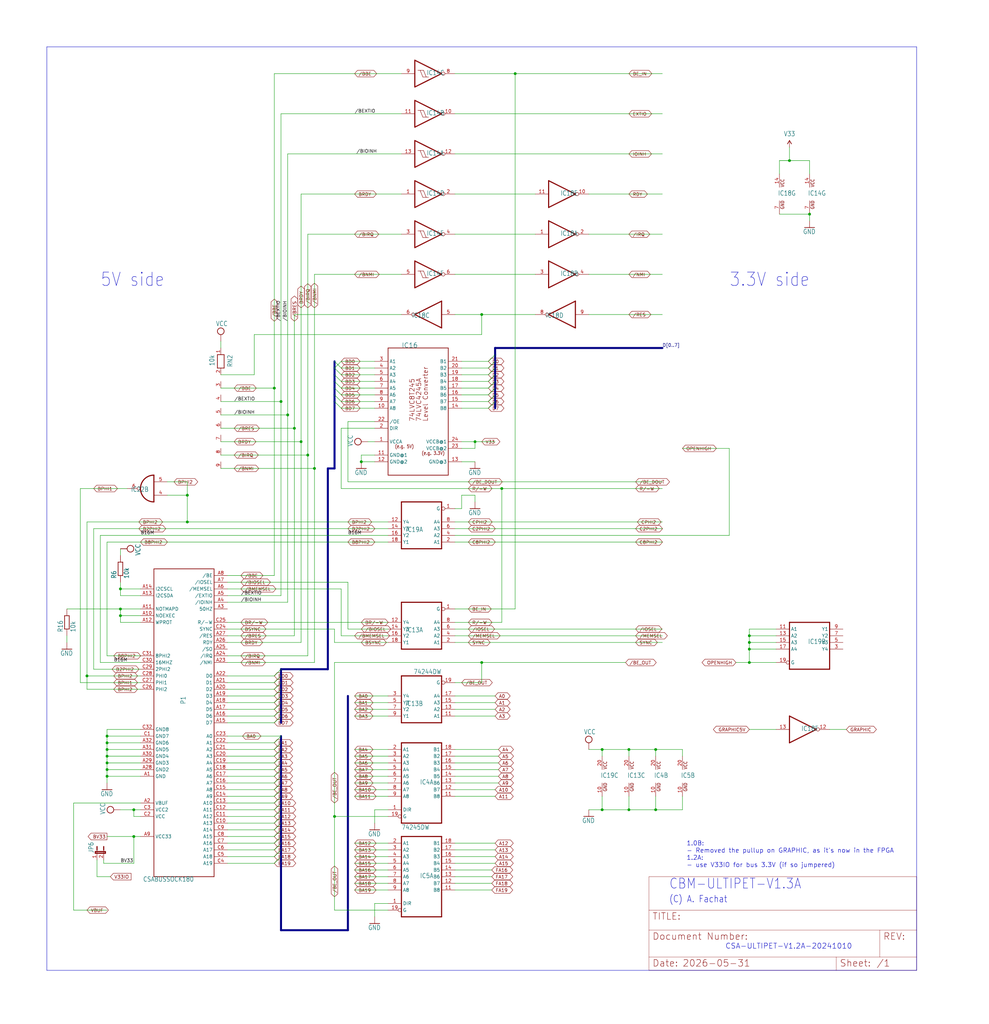
<source format=kicad_sch>
(kicad_sch (version 20250114) (generator "eeschema") (generator_version "9.0")
  (paper "User" 375.463 388.772)
  (text "CSA-ULTIPET-V1.2A-20241010\n" (at 275.336 360.426 0) (effects (font (size 2 2)) (justify left bottom)))
  (text "5V side" (at 38.1 109.22 0) (effects (font (size 5.08 4.318)) (justify left bottom)))
  (text "(C) A. Fachat" (at 254 342.9 0) (effects (font (size 2.54 2.159)) (justify left bottom)))
  (text "3.3V side" (at 276.86 109.22 0) (effects (font (size 5.08 4.318)) (justify left bottom)))
  (text "1.0B: \n- Removed the pullup on GRAPHIC, as it's now in the FPGA\n1.2A:\n- use V33IO for bus 3.3V (if so jumpered)" (at 260.604 324.358 0) (effects (font (size 1.7 1.7)) (justify left)))
  (text "CBM-ULTIPET-V1.3A" (at 254 337.82 0) (effects (font (size 3.81 3.2385)) (justify left bottom)))
  (junction (at 40.64 279.4))
  (junction (at 180.34 167.64))
  (junction (at 248.92 284.48))
  (junction (at 111.76 162.56))
  (junction (at 40.64 289.56))
  (junction (at 40.64 287.02))
  (junction (at 190.5 185.42))
  (junction (at 106.68 152.4))
  (junction (at 195.58 27.94))
  (junction (at 248.92 307.34))
  (junction (at 45.72 223.52))
  (junction (at 182.88 251.46))
  (junction (at 71.12 198.12))
  (junction (at 45.72 231.14))
  (junction (at 40.64 284.48))
  (junction (at 40.64 281.94))
  (junction (at 137.16 175.26))
  (junction (at 114.3 167.64))
  (junction (at 71.12 187.96))
  (junction (at 45.72 233.68))
  (junction (at 127 309.88))
  (junction (at 228.6 284.48))
  (junction (at 119.38 177.8))
  (junction (at 182.88 119.38))
  (junction (at 50.8 317.5))
  (junction (at 307.34 81.28))
  (junction (at 40.64 294.64))
  (junction (at 238.76 307.34))
  (junction (at 40.64 292.1))
  (junction (at 228.6 307.34))
  (junction (at 33.02 256.54))
  (junction (at 284.48 251.46))
  (junction (at 284.48 243.84))
  (junction (at 238.76 284.48))
  (junction (at 284.48 246.38))
  (junction (at 116.84 172.72))
  (junction (at 104.14 147.32))
  (junction (at 109.22 157.48))
  (junction (at 50.8 307.34))
  (junction (at 299.72 60.96))
  (junction (at 284.48 241.3))
  (bus_entry (at 104.14 327.66) (size 2.54 -2.54))
  (bus_entry (at 104.14 317.5) (size 2.54 -2.54))
  (bus_entry (at 104.14 274.32) (size 2.54 -2.54))
  (bus_entry (at 129.54 147.32) (size -2.54 -2.54))
  (bus_entry (at 104.14 271.78) (size 2.54 -2.54))
  (bus_entry (at 104.14 284.48) (size 2.54 -2.54))
  (bus_entry (at 104.14 299.72) (size 2.54 -2.54))
  (bus_entry (at 104.14 259.08) (size 2.54 -2.54))
  (bus_entry (at 129.54 142.24) (size -2.54 -2.54))
  (bus_entry (at 104.14 256.54) (size 2.54 -2.54))
  (bus_entry (at 185.42 147.32) (size 2.54 -2.54))
  (bus_entry (at 185.42 149.86) (size 2.54 -2.54))
  (bus_entry (at 104.14 302.26) (size 2.54 -2.54))
  (bus_entry (at 185.42 144.78) (size 2.54 -2.54))
  (bus_entry (at 104.14 314.96) (size 2.54 -2.54))
  (bus_entry (at 104.14 294.64) (size 2.54 -2.54))
  (bus_entry (at 129.54 139.7) (size -2.54 -2.54))
  (bus_entry (at 104.14 264.16) (size 2.54 -2.54))
  (bus_entry (at 129.54 144.78) (size -2.54 -2.54))
  (bus_entry (at 129.54 137.16) (size -2.54 2.54))
  (bus_entry (at 104.14 307.34) (size 2.54 -2.54))
  (bus_entry (at 104.14 297.18) (size 2.54 -2.54))
  (bus_entry (at 129.54 154.94) (size -2.54 -2.54))
  (bus_entry (at 104.14 322.58) (size 2.54 -2.54))
  (bus_entry (at 185.42 139.7) (size 2.54 -2.54))
  (bus_entry (at 129.54 152.4) (size -2.54 -2.54))
  (bus_entry (at 185.42 154.94) (size 2.54 -2.54))
  (bus_entry (at 185.42 137.16) (size 2.54 -2.54))
  (bus_entry (at 104.14 287.02) (size 2.54 -2.54))
  (bus_entry (at 104.14 320.04) (size 2.54 -2.54))
  (bus_entry (at 104.14 304.8) (size 2.54 -2.54))
  (bus_entry (at 104.14 289.56) (size 2.54 -2.54))
  (bus_entry (at 104.14 266.7) (size 2.54 -2.54))
  (bus_entry (at 104.14 281.94) (size 2.54 -2.54))
  (bus_entry (at 104.14 309.88) (size 2.54 -2.54))
  (bus_entry (at 185.42 152.4) (size 2.54 -2.54))
  (bus_entry (at 104.14 261.62) (size 2.54 -2.54))
  (bus_entry (at 104.14 312.42) (size 2.54 -2.54))
  (bus_entry (at 129.54 149.86) (size -2.54 -2.54))
  (bus_entry (at 104.14 325.12) (size 2.54 -2.54))
  (bus_entry (at 104.14 269.24) (size 2.54 -2.54))
  (bus_entry (at 104.14 292.1) (size 2.54 -2.54))
  (bus_entry (at 185.42 142.24) (size 2.54 -2.54))
  (wire (pts (xy 142.24 144.78) (xy 129.54 144.78)) (stroke (width 0.1524)))
  (wire (pts (xy 86.36 297.18) (xy 104.14 297.18)) (stroke (width 0.1524)))
  (bus (pts (xy 106.68 271.78) (xy 106.68 269.24)) (stroke (width 0.762)))
  (wire (pts (xy 182.88 259.08) (xy 182.88 251.46)) (stroke (width 0.1524)))
  (wire (pts (xy 86.36 312.42) (xy 104.14 312.42)) (stroke (width 0.1524)))
  (wire (pts (xy 53.34 294.64) (xy 40.64 294.64)) (stroke (width 0.1524)))
  (wire (pts (xy 190.5 236.22) (xy 172.72 236.22)) (stroke (width 0.1524)))
  (wire (pts (xy 33.02 256.54) (xy 33.02 198.12)) (stroke (width 0.1524)))
  (wire (pts (xy 111.76 241.3) (xy 111.76 162.56)) (stroke (width 0.1524)))
  (bus (pts (xy 127 177.8) (xy 127 152.4)) (stroke (width 0.762)))
  (wire (pts (xy 86.36 261.62) (xy 104.14 261.62)) (stroke (width 0.1524)))
  (bus (pts (xy 106.68 256.54) (xy 106.68 254)) (stroke (width 0.762)))
  (wire (pts (xy 86.36 228.6) (xy 109.22 228.6)) (stroke (width 0.1524)))
  (wire (pts (xy 172.72 335.28) (xy 186.69 335.28)) (stroke (width 0.1524)))
  (wire (pts (xy 223.52 88.9) (xy 251.46 88.9)) (stroke (width 0.1524)))
  (wire (pts (xy 86.36 314.96) (xy 104.14 314.96)) (stroke (width 0.1524)))
  (wire (pts (xy 39.37 327.66) (xy 50.8 327.66)) (stroke (width 0.1524)))
  (wire (pts (xy 86.36 287.02) (xy 104.14 287.02)) (stroke (width 0.1524)))
  (wire (pts (xy 284.48 241.3) (xy 284.48 243.84)) (stroke (width 0.1524)))
  (wire (pts (xy 86.36 320.04) (xy 104.14 320.04)) (stroke (width 0.1524)))
  (wire (pts (xy 147.32 325.12) (xy 134.62 325.12)) (stroke (width 0.1524)))
  (wire (pts (xy 223.52 307.34) (xy 228.6 307.34)))
  (wire (pts (xy 259.08 284.48) (xy 259.08 287.02)))
  (wire (pts (xy 147.32 322.58) (xy 134.62 322.58)) (stroke (width 0.1524)))
  (wire (pts (xy 172.72 266.7) (xy 187.96 266.7)) (stroke (width 0.1524)))
  (wire (pts (xy 127 251.46) (xy 127 309.88)) (stroke (width 0.1524)))
  (wire (pts (xy 40.64 248.92) (xy 40.64 205.74)) (stroke (width 0.1524)))
  (bus (pts (xy 106.68 325.12) (xy 106.68 353.06)) (stroke (width 0.762)))
  (wire (pts (xy 53.34 231.14) (xy 45.72 231.14)) (stroke (width 0.1524)))
  (wire (pts (xy 53.34 223.52) (xy 45.72 223.52)) (stroke (width 0.1524)))
  (wire (pts (xy 172.72 205.74) (xy 251.46 205.74)) (stroke (width 0.1524)))
  (wire (pts (xy 172.72 289.56) (xy 189.23 289.56)) (stroke (width 0.1524)))
  (wire (pts (xy 295.91 81.28) (xy 307.34 81.28)) (stroke (width 0.1524)))
  (wire (pts (xy 147.32 330.2) (xy 134.62 330.2)) (stroke (width 0.1524)))
  (wire (pts (xy 27.94 304.8) (xy 27.94 345.44)) (stroke (width 0.1524)))
  (wire (pts (xy 86.36 299.72) (xy 104.14 299.72)) (stroke (width 0.1524)))
  (wire (pts (xy 53.34 289.56) (xy 40.64 289.56)) (stroke (width 0.1524)))
  (bus (pts (xy 127 147.32) (xy 127 144.78)) (stroke (width 0.762)))
  (wire (pts (xy 109.22 58.42) (xy 152.4 58.42)) (stroke (width 0.1524)))
  (bus (pts (xy 106.68 302.26) (xy 106.68 304.8)) (stroke (width 0.762)))
  (wire (pts (xy 129.54 185.42) (xy 190.5 185.42)) (stroke (width 0.1524)))
  (wire (pts (xy 299.72 55.88) (xy 299.72 60.96)))
  (wire (pts (xy 119.38 251.46) (xy 119.38 177.8)) (stroke (width 0.1524)))
  (wire (pts (xy 111.76 119.38) (xy 152.4 119.38)) (stroke (width 0.1524)))
  (wire (pts (xy 175.26 152.4) (xy 185.42 152.4)) (stroke (width 0.1524)))
  (wire (pts (xy 223.52 73.66) (xy 251.46 73.66)) (stroke (width 0.1524)))
  (wire (pts (xy 39.37 326.39) (xy 39.37 327.66)) (stroke (width 0.1524)))
  (wire (pts (xy 96.52 142.24) (xy 96.52 127)) (stroke (width 0.1524)))
  (wire (pts (xy 53.34 309.88) (xy 50.8 309.88)) (stroke (width 0.1524)))
  (wire (pts (xy 238.76 284.48) (xy 248.92 284.48)))
  (bus (pts (xy 127 144.78) (xy 127 142.24)) (stroke (width 0.762)))
  (bus (pts (xy 106.68 314.96) (xy 106.68 317.5)) (stroke (width 0.762)))
  (wire (pts (xy 86.36 302.26) (xy 104.14 302.26)) (stroke (width 0.1524)))
  (wire (pts (xy 147.32 342.9) (xy 142.24 342.9)) (stroke (width 0.1524)))
  (wire (pts (xy 50.8 309.88) (xy 50.8 307.34)) (stroke (width 0.1524)))
  (wire (pts (xy 172.72 320.04) (xy 187.96 320.04)) (stroke (width 0.1524)))
  (wire (pts (xy 182.88 127) (xy 182.88 119.38)) (stroke (width 0.1524)))
  (wire (pts (xy 248.92 302.26) (xy 248.92 307.34)))
  (wire (pts (xy 284.48 246.38) (xy 284.48 251.46)) (stroke (width 0.1524)))
  (wire (pts (xy 86.36 243.84) (xy 114.3 243.84)) (stroke (width 0.1524)))
  (wire (pts (xy 53.34 292.1) (xy 40.64 292.1)) (stroke (width 0.1524)))
  (wire (pts (xy 182.88 251.46) (xy 237.49 251.46)) (stroke (width 0.1524)))
  (bus (pts (xy 106.68 299.72) (xy 106.68 302.26)) (stroke (width 0.762)))
  (wire (pts (xy 142.24 149.86) (xy 129.54 149.86)) (stroke (width 0.1524)))
  (wire (pts (xy 147.32 205.74) (xy 40.64 205.74)) (stroke (width 0.1524)))
  (wire (pts (xy 132.08 238.76) (xy 147.32 238.76)) (stroke (width 0.1524)))
  (wire (pts (xy 259.08 302.26) (xy 259.08 307.34)))
  (wire (pts (xy 114.3 167.64) (xy 114.3 73.66)) (stroke (width 0.1524)))
  (wire (pts (xy 223.52 284.48) (xy 228.6 284.48)))
  (wire (pts (xy 228.6 302.26) (xy 228.6 307.34)))
  (bus (pts (xy 127 142.24) (xy 127 139.7)) (stroke (width 0.762)))
  (wire (pts (xy 172.72 193.04) (xy 175.26 193.04)) (stroke (width 0.1524)))
  (wire (pts (xy 86.36 264.16) (xy 104.14 264.16)) (stroke (width 0.1524)))
  (wire (pts (xy 83.82 142.24) (xy 96.52 142.24)) (stroke (width 0.1524)))
  (wire (pts (xy 172.72 322.58) (xy 187.96 322.58)) (stroke (width 0.1524)))
  (wire (pts (xy 109.22 157.48) (xy 109.22 58.42)) (stroke (width 0.1524)))
  (wire (pts (xy 180.34 167.64) (xy 187.96 167.64)) (stroke (width 0.1524)))
  (wire (pts (xy 172.72 73.66) (xy 203.2 73.66)) (stroke (width 0.1524)))
  (wire (pts (xy 147.32 292.1) (xy 134.62 292.1)) (stroke (width 0.1524)))
  (wire (pts (xy 53.34 226.06) (xy 45.72 226.06)) (stroke (width 0.1524)))
  (wire (pts (xy 147.32 271.78) (xy 134.62 271.78)) (stroke (width 0.1524)))
  (wire (pts (xy 119.38 177.8) (xy 83.82 177.8)) (stroke (width 0.1524)))
  (wire (pts (xy 27.94 345.44) (xy 40.64 345.44)) (stroke (width 0.1524)))
  (wire (pts (xy 142.24 154.94) (xy 129.54 154.94)) (stroke (width 0.1524)))
  (wire (pts (xy 175.26 170.18) (xy 180.34 170.18)) (stroke (width 0.1524)))
  (wire (pts (xy 172.72 302.26) (xy 187.96 302.26)) (stroke (width 0.1524)))
  (wire (pts (xy 96.52 127) (xy 182.88 127)) (stroke (width 0.1524)))
  (wire (pts (xy 86.36 307.34) (xy 104.14 307.34)) (stroke (width 0.1524)))
  (wire (pts (xy 142.24 152.4) (xy 129.54 152.4)) (stroke (width 0.1524)))
  (wire (pts (xy 25.4 241.3) (xy 25.4 243.84)) (stroke (width 0.1524)))
  (wire (pts (xy 45.72 223.52) (xy 45.72 220.98)) (stroke (width 0.1524)))
  (wire (pts (xy 86.36 294.64) (xy 104.14 294.64)) (stroke (width 0.1524)))
  (wire (pts (xy 86.36 304.8) (xy 104.14 304.8)) (stroke (width 0.1524)))
  (wire (pts (xy 86.36 241.3) (xy 111.76 241.3)) (stroke (width 0.1524)))
  (wire (pts (xy 86.36 236.22) (xy 147.32 236.22)) (stroke (width 0.1524)))
  (wire (pts (xy 53.34 248.92) (xy 40.64 248.92)) (stroke (width 0.1524)))
  (wire (pts (xy 190.5 185.42) (xy 251.46 185.42)) (stroke (width 0.1524)))
  (wire (pts (xy 307.34 60.96) (xy 299.72 60.96)) (stroke (width 0.1524)))
  (wire (pts (xy 172.72 269.24) (xy 187.96 269.24)) (stroke (width 0.1524)))
  (wire (pts (xy 299.72 60.96) (xy 295.91 60.96)) (stroke (width 0.1524)))
  (wire (pts (xy 116.84 88.9) (xy 116.84 172.72)) (stroke (width 0.1524)))
  (bus (pts (xy 187.96 139.7) (xy 187.96 137.16)) (stroke (width 0.762)))
  (wire (pts (xy 83.82 157.48) (xy 109.22 157.48)) (stroke (width 0.1524)))
  (wire (pts (xy 172.72 88.9) (xy 203.2 88.9)) (stroke (width 0.1524)))
  (wire (pts (xy 35.56 254) (xy 35.56 200.66)) (stroke (width 0.1524)))
  (wire (pts (xy 53.34 279.4) (xy 40.64 279.4)) (stroke (width 0.1524)))
  (wire (pts (xy 172.72 241.3) (xy 251.46 241.3)) (stroke (width 0.1524)))
  (wire (pts (xy 182.88 119.38) (xy 203.2 119.38)) (stroke (width 0.1524)))
  (wire (pts (xy 129.54 162.56) (xy 129.54 185.42)) (stroke (width 0.1524)))
  (wire (pts (xy 147.32 198.12) (xy 71.12 198.12)) (stroke (width 0.1524)))
  (wire (pts (xy 36.83 332.74) (xy 36.83 326.39)))
  (wire (pts (xy 83.82 147.32) (xy 104.14 147.32)) (stroke (width 0.1524)))
  (wire (pts (xy 223.52 119.38) (xy 251.46 119.38)) (stroke (width 0.1524)))
  (wire (pts (xy 53.34 276.86) (xy 40.64 276.86)) (stroke (width 0.1524)))
  (wire (pts (xy 238.76 284.48) (xy 238.76 287.02)))
  (wire (pts (xy 294.64 241.3) (xy 284.48 241.3)) (stroke (width 0.1524)))
  (wire (pts (xy 248.92 284.48) (xy 248.92 287.02)))
  (bus (pts (xy 106.68 261.62) (xy 106.68 259.08)) (stroke (width 0.762)))
  (wire (pts (xy 314.96 276.86) (xy 321.31 276.86)) (stroke (width 0.1524)))
  (wire (pts (xy 53.34 259.08) (xy 30.48 259.08)) (stroke (width 0.1524)))
  (wire (pts (xy 147.32 287.02) (xy 134.62 287.02)) (stroke (width 0.1524)))
  (wire (pts (xy 127 238.76) (xy 127 243.84)) (stroke (width 0.1524)))
  (wire (pts (xy 190.5 185.42) (xy 190.5 236.22)) (stroke (width 0.1524)))
  (wire (pts (xy 175.26 154.94) (xy 185.42 154.94)) (stroke (width 0.1524)))
  (wire (pts (xy 147.32 289.56) (xy 134.62 289.56)) (stroke (width 0.1524)))
  (wire (pts (xy 248.92 307.34) (xy 259.08 307.34)))
  (wire (pts (xy 147.32 203.2) (xy 38.1 203.2)) (stroke (width 0.1524)))
  (bus (pts (xy 106.68 322.58) (xy 106.68 325.12)) (stroke (width 0.762)))
  (wire (pts (xy 71.12 198.12) (xy 33.02 198.12)) (stroke (width 0.1524)))
  (wire (pts (xy 175.26 144.78) (xy 185.42 144.78)) (stroke (width 0.1524)))
  (wire (pts (xy 172.72 243.84) (xy 251.46 243.84)) (stroke (width 0.1524)))
  (wire (pts (xy 53.34 233.68) (xy 45.72 233.68)) (stroke (width 0.1524)))
  (wire (pts (xy 175.26 175.26) (xy 180.34 175.26)) (stroke (width 0.1524)))
  (wire (pts (xy 295.91 60.96) (xy 295.91 66.04)) (stroke (width 0.1524)))
  (wire (pts (xy 40.64 292.1) (xy 40.64 294.64)) (stroke (width 0.1524)))
  (wire (pts (xy 132.08 220.98) (xy 132.08 238.76)) (stroke (width 0.1524)))
  (wire (pts (xy 180.34 170.18) (xy 180.34 167.64)) (stroke (width 0.1524)))
  (bus (pts (xy 132.08 264.16) (xy 132.08 353.06)) (stroke (width 0.762)))
  (wire (pts (xy 50.8 317.5) (xy 53.34 317.5)) (stroke (width 0.1524)))
  (wire (pts (xy 147.32 266.7) (xy 134.62 266.7)) (stroke (width 0.1524)))
  (wire (pts (xy 106.68 43.18) (xy 152.4 43.18)) (stroke (width 0.1524)))
  (wire (pts (xy 175.26 187.96) (xy 180.34 187.96)) (stroke (width 0.1524)))
  (wire (pts (xy 127 309.88) (xy 127 345.44)) (stroke (width 0.1524)))
  (wire (pts (xy 152.4 73.66) (xy 114.3 73.66)) (stroke (width 0.1524)))
  (wire (pts (xy 83.82 167.64) (xy 114.3 167.64)) (stroke (width 0.1524)))
  (wire (pts (xy 172.72 325.12) (xy 187.96 325.12)) (stroke (width 0.1524)))
  (wire (pts (xy 284.48 243.84) (xy 284.48 246.38)) (stroke (width 0.1524)))
  (wire (pts (xy 172.72 271.78) (xy 187.96 271.78)) (stroke (width 0.1524)))
  (wire (pts (xy 172.72 299.72) (xy 187.96 299.72)) (stroke (width 0.1524)))
  (wire (pts (xy 147.32 200.66) (xy 35.56 200.66)) (stroke (width 0.1524)))
  (wire (pts (xy 139.7 167.64) (xy 142.24 167.64)) (stroke (width 0.1524)))
  (wire (pts (xy 284.48 251.46) (xy 279.4 251.46)) (stroke (width 0.1524)))
  (wire (pts (xy 53.34 254) (xy 35.56 254)) (stroke (width 0.1524)))
  (wire (pts (xy 86.36 271.78) (xy 104.14 271.78)) (stroke (width 0.1524)))
  (bus (pts (xy 106.68 297.18) (xy 106.68 299.72)) (stroke (width 0.762)))
  (wire (pts (xy 86.36 223.52) (xy 129.54 223.52)) (stroke (width 0.1524)))
  (bus (pts (xy 106.68 266.7) (xy 106.68 264.16)) (stroke (width 0.762)))
  (bus (pts (xy 187.96 134.62) (xy 187.96 132.08)) (stroke (width 0.762)))
  (wire (pts (xy 175.26 167.64) (xy 180.34 167.64)) (stroke (width 0.1524)))
  (bus (pts (xy 127 152.4) (xy 127 149.86)) (stroke (width 0.762)))
  (wire (pts (xy 86.36 269.24) (xy 104.14 269.24)) (stroke (width 0.1524)))
  (wire (pts (xy 175.26 142.24) (xy 185.42 142.24)) (stroke (width 0.1524)))
  (wire (pts (xy 86.36 281.94) (xy 104.14 281.94)) (stroke (width 0.1524)))
  (wire (pts (xy 53.34 307.34) (xy 50.8 307.34)) (stroke (width 0.1524)))
  (bus (pts (xy 106.68 284.48) (xy 106.68 287.02)) (stroke (width 0.762)))
  (bus (pts (xy 106.68 287.02) (xy 106.68 289.56)) (stroke (width 0.762)))
  (wire (pts (xy 142.24 139.7) (xy 129.54 139.7)) (stroke (width 0.1524)))
  (bus (pts (xy 106.68 254) (xy 124.46 254)) (stroke (width 0.762)))
  (wire (pts (xy 38.1 251.46) (xy 38.1 203.2)) (stroke (width 0.1524)))
  (wire (pts (xy 86.36 284.48) (xy 104.14 284.48)) (stroke (width 0.1524)))
  (wire (pts (xy 276.86 170.18) (xy 259.08 170.18)) (stroke (width 0.1524)))
  (wire (pts (xy 152.4 88.9) (xy 116.84 88.9)) (stroke (width 0.1524)))
  (wire (pts (xy 172.72 104.14) (xy 203.2 104.14)) (stroke (width 0.1524)))
  (wire (pts (xy 147.32 320.04) (xy 134.62 320.04)) (stroke (width 0.1524)))
  (wire (pts (xy 71.12 182.88) (xy 71.12 187.96)) (stroke (width 0.1524)))
  (wire (pts (xy 172.72 327.66) (xy 187.96 327.66)) (stroke (width 0.1524)))
  (wire (pts (xy 104.14 218.44) (xy 104.14 147.32)) (stroke (width 0.1524)))
  (wire (pts (xy 86.36 317.5) (xy 104.14 317.5)) (stroke (width 0.1524)))
  (wire (pts (xy 147.32 332.74) (xy 134.62 332.74)) (stroke (width 0.1524)))
  (wire (pts (xy 142.24 162.56) (xy 129.54 162.56)) (stroke (width 0.1524)))
  (wire (pts (xy 307.34 83.82) (xy 307.34 81.28)) (stroke (width 0.1524)))
  (wire (pts (xy 114.3 243.84) (xy 114.3 167.64)) (stroke (width 0.1524)))
  (bus (pts (xy 106.68 279.4) (xy 106.68 281.94)) (stroke (width 0.762)))
  (wire (pts (xy 147.32 302.26) (xy 134.62 302.26)) (stroke (width 0.1524)))
  (wire (pts (xy 40.64 284.48) (xy 40.64 287.02)) (stroke (width 0.1524)))
  (wire (pts (xy 53.34 284.48) (xy 40.64 284.48)) (stroke (width 0.1524)))
  (wire (pts (xy 294.64 243.84) (xy 284.48 243.84)) (stroke (width 0.1524)))
  (wire (pts (xy 142.24 342.9) (xy 142.24 347.98)) (stroke (width 0.1524)))
  (wire (pts (xy 45.72 231.14) (xy 25.4 231.14)) (stroke (width 0.1524)))
  (wire (pts (xy 172.72 284.48) (xy 189.23 284.48)) (stroke (width 0.1524)))
  (bus (pts (xy 106.68 281.94) (xy 106.68 284.48)) (stroke (width 0.762)))
  (wire (pts (xy 83.82 162.56) (xy 111.76 162.56)) (stroke (width 0.1524)))
  (bus (pts (xy 106.68 264.16) (xy 106.68 261.62)) (stroke (width 0.762)))
  (polyline (pts (xy 17.78 17.78) (xy 347.98 17.78)) (stroke (width 0.1524) (type solid)))
  (wire (pts (xy 172.72 27.94) (xy 195.58 27.94)) (stroke (width 0.1524)))
  (wire (pts (xy 106.68 226.06) (xy 106.68 152.4)) (stroke (width 0.1524)))
  (wire (pts (xy 132.08 160.02) (xy 132.08 182.88)) (stroke (width 0.1524)))
  (bus (pts (xy 106.68 309.88) (xy 106.68 312.42)) (stroke (width 0.762)))
  (bus (pts (xy 187.96 142.24) (xy 187.96 139.7)) (stroke (width 0.762)))
  (wire (pts (xy 175.26 149.86) (xy 185.42 149.86)) (stroke (width 0.1524)))
  (wire (pts (xy 63.5 182.88) (xy 71.12 182.88)) (stroke (width 0.1524)))
  (polyline (pts (xy 347.98 17.78) (xy 347.98 368.3)) (stroke (width 0.1524) (type solid)))
  (wire (pts (xy 33.02 261.62) (xy 33.02 256.54)) (stroke (width 0.1524)))
  (wire (pts (xy 83.82 152.4) (xy 106.68 152.4)) (stroke (width 0.1524)))
  (wire (pts (xy 147.32 307.34) (xy 142.24 307.34)) (stroke (width 0.1524)))
  (wire (pts (xy 86.36 220.98) (xy 132.08 220.98)) (stroke (width 0.1524)))
  (wire (pts (xy 86.36 266.7) (xy 104.14 266.7)) (stroke (width 0.1524)))
  (wire (pts (xy 53.34 251.46) (xy 38.1 251.46)) (stroke (width 0.1524)))
  (bus (pts (xy 187.96 154.94) (xy 187.96 152.4)) (stroke (width 0.762)))
  (wire (pts (xy 172.72 238.76) (xy 251.46 238.76)) (stroke (width 0.1524)))
  (wire (pts (xy 172.72 292.1) (xy 189.23 292.1)) (stroke (width 0.1524)))
  (wire (pts (xy 238.76 302.26) (xy 238.76 307.34)))
  (bus (pts (xy 106.68 259.08) (xy 106.68 256.54)) (stroke (width 0.762)))
  (wire (pts (xy 147.32 264.16) (xy 134.62 264.16)) (stroke (width 0.1524)))
  (wire (pts (xy 127 345.44) (xy 147.32 345.44)) (stroke (width 0.1524)))
  (wire (pts (xy 45.72 226.06) (xy 45.72 223.52)) (stroke (width 0.1524)))
  (wire (pts (xy 40.64 279.4) (xy 40.64 281.94)) (stroke (width 0.1524)))
  (wire (pts (xy 137.16 175.26) (xy 142.24 175.26)) (stroke (width 0.1524)))
  (bus (pts (xy 106.68 269.24) (xy 106.68 266.7)) (stroke (width 0.762)))
  (wire (pts (xy 147.32 299.72) (xy 134.62 299.72)) (stroke (width 0.1524)))
  (bus (pts (xy 187.96 149.86) (xy 187.96 147.32)) (stroke (width 0.762)))
  (bus (pts (xy 124.46 177.8) (xy 127 177.8)) (stroke (width 0.762)))
  (wire (pts (xy 137.16 172.72) (xy 137.16 175.26)) (stroke (width 0.1524)))
  (wire (pts (xy 129.54 223.52) (xy 129.54 241.3)) (stroke (width 0.1524)))
  (wire (pts (xy 223.52 104.14) (xy 251.46 104.14)) (stroke (width 0.1524)))
  (wire (pts (xy 45.72 210.82) (xy 45.72 208.28)) (stroke (width 0.1524)))
  (wire (pts (xy 175.26 147.32) (xy 185.42 147.32)) (stroke (width 0.1524)))
  (wire (pts (xy 86.36 279.4) (xy 106.68 279.4)) (stroke (width 0.1524)))
  (wire (pts (xy 175.26 137.16) (xy 185.42 137.16)) (stroke (width 0.1524)))
  (wire (pts (xy 172.72 287.02) (xy 189.23 287.02)) (stroke (width 0.1524)))
  (wire (pts (xy 86.36 289.56) (xy 104.14 289.56)) (stroke (width 0.1524)))
  (wire (pts (xy 86.36 327.66) (xy 104.14 327.66)) (stroke (width 0.1524)))
  (wire (pts (xy 30.48 185.42) (xy 48.26 185.42)) (stroke (width 0.1524)))
  (wire (pts (xy 172.72 43.18) (xy 251.46 43.18)) (stroke (width 0.1524)))
  (wire (pts (xy 248.92 284.48) (xy 259.08 284.48)))
  (wire (pts (xy 147.32 327.66) (xy 134.62 327.66)) (stroke (width 0.1524)))
  (bus (pts (xy 106.68 304.8) (xy 106.68 307.34)) (stroke (width 0.762)))
  (wire (pts (xy 86.36 226.06) (xy 106.68 226.06)) (stroke (width 0.1524)))
  (wire (pts (xy 172.72 203.2) (xy 276.86 203.2)) (stroke (width 0.1524)))
  (wire (pts (xy 40.64 289.56) (xy 40.64 292.1)) (stroke (width 0.1524)))
  (wire (pts (xy 172.72 259.08) (xy 182.88 259.08)) (stroke (width 0.1524)))
  (wire (pts (xy 40.64 294.64) (xy 40.64 297.18)) (stroke (width 0.1524)))
  (wire (pts (xy 147.32 284.48) (xy 134.62 284.48)) (stroke (width 0.1524)))
  (wire (pts (xy 53.34 281.94) (xy 40.64 281.94)) (stroke (width 0.1524)))
  (wire (pts (xy 71.12 187.96) (xy 71.12 198.12)) (stroke (width 0.1524)))
  (polyline (pts (xy 347.98 368.3) (xy 17.78 368.3)) (stroke (width 0.1524) (type solid)))
  (wire (pts (xy 53.34 236.22) (xy 45.72 236.22)) (stroke (width 0.1524)))
  (wire (pts (xy 132.08 160.02) (xy 142.24 160.02)) (stroke (width 0.1524)))
  (bus (pts (xy 106.68 353.06) (xy 132.08 353.06)) (stroke (width 0.762)))
  (wire (pts (xy 276.86 203.2) (xy 276.86 170.18)) (stroke (width 0.1524)))
  (wire (pts (xy 83.82 172.72) (xy 116.84 172.72)) (stroke (width 0.1524)))
  (wire (pts (xy 172.72 58.42) (xy 251.46 58.42)) (stroke (width 0.1524)))
  (wire (pts (xy 53.34 304.8) (xy 27.94 304.8)) (stroke (width 0.1524)))
  (bus (pts (xy 106.68 289.56) (xy 106.68 292.1)) (stroke (width 0.762)))
  (wire (pts (xy 142.24 307.34) (xy 142.24 312.42)) (stroke (width 0.1524)))
  (wire (pts (xy 175.26 139.7) (xy 185.42 139.7)) (stroke (width 0.1524)))
  (wire (pts (xy 147.32 297.18) (xy 134.62 297.18)) (stroke (width 0.1524)))
  (wire (pts (xy 86.36 292.1) (xy 104.14 292.1)) (stroke (width 0.1524)))
  (wire (pts (xy 119.38 104.14) (xy 152.4 104.14)) (stroke (width 0.1524)))
  (wire (pts (xy 40.64 287.02) (xy 40.64 289.56)) (stroke (width 0.1524)))
  (wire (pts (xy 142.24 142.24) (xy 129.54 142.24)) (stroke (width 0.1524)))
  (wire (pts (xy 50.8 307.34) (xy 45.72 307.34)) (stroke (width 0.1524)))
  (wire (pts (xy 172.72 337.82) (xy 186.69 337.82)) (stroke (width 0.1524)))
  (bus (pts (xy 187.96 152.4) (xy 187.96 149.86)) (stroke (width 0.762)))
  (wire (pts (xy 104.14 27.94) (xy 152.4 27.94)) (stroke (width 0.1524)))
  (wire (pts (xy 195.58 27.94) (xy 195.58 231.14)) (stroke (width 0.1524)))
  (bus (pts (xy 106.68 307.34) (xy 106.68 309.88)) (stroke (width 0.762)))
  (wire (pts (xy 111.76 162.56) (xy 111.76 119.38)) (stroke (width 0.1524)))
  (wire (pts (xy 86.36 259.08) (xy 104.14 259.08)) (stroke (width 0.1524)))
  (wire (pts (xy 30.48 259.08) (xy 30.48 185.42)) (stroke (width 0.1524)))
  (bus (pts (xy 106.68 294.64) (xy 106.68 297.18)) (stroke (width 0.762)))
  (wire (pts (xy 172.72 332.74) (xy 186.69 332.74)) (stroke (width 0.1524)))
  (wire (pts (xy 228.6 284.48) (xy 238.76 284.48)))
  (wire (pts (xy 172.72 330.2) (xy 186.69 330.2)) (stroke (width 0.1524)))
  (wire (pts (xy 147.32 337.82) (xy 134.62 337.82)) (stroke (width 0.1524)))
  (bus (pts (xy 106.68 320.04) (xy 106.68 322.58)) (stroke (width 0.762)))
  (wire (pts (xy 172.72 264.16) (xy 187.96 264.16)))
  (bus (pts (xy 106.68 274.32) (xy 106.68 271.78)) (stroke (width 0.762)))
  (wire (pts (xy 104.14 147.32) (xy 104.14 27.94)) (stroke (width 0.1524)))
  (wire (pts (xy 53.34 261.62) (xy 33.02 261.62)) (stroke (width 0.1524)))
  (wire (pts (xy 63.5 187.96) (xy 71.12 187.96)) (stroke (width 0.1524)))
  (wire (pts (xy 129.54 241.3) (xy 147.32 241.3)) (stroke (width 0.1524)))
  (wire (pts (xy 142.24 147.32) (xy 129.54 147.32)) (stroke (width 0.1524)))
  (wire (pts (xy 195.58 231.14) (xy 172.72 231.14)) (stroke (width 0.1524)))
  (wire (pts (xy 195.58 27.94) (xy 251.46 27.94)) (stroke (width 0.1524)))
  (wire (pts (xy 86.36 309.88) (xy 104.14 309.88)) (stroke (width 0.1524)))
  (wire (pts (xy 40.64 281.94) (xy 40.64 284.48)) (stroke (width 0.1524)))
  (wire (pts (xy 294.64 246.38) (xy 284.48 246.38)) (stroke (width 0.1524)))
  (bus (pts (xy 187.96 147.32) (xy 187.96 144.78)) (stroke (width 0.762)))
  (wire (pts (xy 172.72 119.38) (xy 182.88 119.38)) (stroke (width 0.1524)))
  (wire (pts (xy 294.64 238.76) (xy 284.48 238.76)) (stroke (width 0.1524)))
  (wire (pts (xy 172.72 294.64) (xy 189.23 294.64)) (stroke (width 0.1524)))
  (wire (pts (xy 238.76 307.34) (xy 248.92 307.34)))
  (wire (pts (xy 50.8 327.66) (xy 50.8 317.5)) (stroke (width 0.1524)))
  (wire (pts (xy 127 243.84) (xy 147.32 243.84)) (stroke (width 0.1524)))
  (wire (pts (xy 86.36 218.44) (xy 104.14 218.44)) (stroke (width 0.1524)))
  (wire (pts (xy 45.72 236.22) (xy 45.72 233.68)) (stroke (width 0.1524)))
  (wire (pts (xy 116.84 172.72) (xy 116.84 248.92)) (stroke (width 0.1524)))
  (bus (pts (xy 106.68 312.42) (xy 106.68 314.96)) (stroke (width 0.762)))
  (wire (pts (xy 45.72 233.68) (xy 45.72 231.14)) (stroke (width 0.1524)))
  (wire (pts (xy 132.08 182.88) (xy 251.46 182.88)) (stroke (width 0.1524)))
  (wire (pts (xy 116.84 248.92) (xy 86.36 248.92)) (stroke (width 0.1524)))
  (wire (pts (xy 307.34 66.04) (xy 307.34 60.96)) (stroke (width 0.1524)))
  (wire (pts (xy 41.91 332.74) (xy 36.83 332.74)))
  (wire (pts (xy 142.24 172.72) (xy 137.16 172.72)) (stroke (width 0.1524)))
  (wire (pts (xy 299.72 60.96) (xy 295.91 60.96)))
  (wire (pts (xy 147.32 335.28) (xy 134.62 335.28)) (stroke (width 0.1524)))
  (wire (pts (xy 228.6 284.48) (xy 228.6 287.02)))
  (wire (pts (xy 142.24 137.16) (xy 129.54 137.16)) (stroke (width 0.1524)))
  (bus (pts (xy 187.96 132.08) (xy 251.46 132.08)) (stroke (width 0.762)))
  (wire (pts (xy 175.26 193.04) (xy 175.26 187.96)) (stroke (width 0.1524)))
  (wire (pts (xy 172.72 297.18) (xy 189.23 297.18)) (stroke (width 0.1524)))
  (wire (pts (xy 86.36 325.12) (xy 104.14 325.12)) (stroke (width 0.1524)))
  (bus (pts (xy 106.68 317.5) (xy 106.68 320.04)) (stroke (width 0.762)))
  (wire (pts (xy 127 251.46) (xy 182.88 251.46)) (stroke (width 0.1524)))
  (wire (pts (xy 106.68 152.4) (xy 106.68 43.18)) (stroke (width 0.1524)))
  (wire (pts (xy 294.64 251.46) (xy 284.48 251.46)) (stroke (width 0.1524)))
  (wire (pts (xy 86.36 256.54) (xy 104.14 256.54)) (stroke (width 0.1524)))
  (wire (pts (xy 284.48 238.76) (xy 284.48 241.3)) (stroke (width 0.1524)))
  (bus (pts (xy 187.96 137.16) (xy 187.96 134.62)) (stroke (width 0.762)))
  (bus (pts (xy 106.68 292.1) (xy 106.68 294.64)) (stroke (width 0.762)))
  (wire (pts (xy 119.38 177.8) (xy 119.38 104.14)) (stroke (width 0.1524)))
  (wire (pts (xy 172.72 198.12) (xy 251.46 198.12)) (stroke (width 0.1524)))
  (wire (pts (xy 228.6 307.34) (xy 238.76 307.34)))
  (bus (pts (xy 187.96 144.78) (xy 187.96 142.24)) (stroke (width 0.762)))
  (wire (pts (xy 86.36 251.46) (xy 119.38 251.46)) (stroke (width 0.1524)))
  (bus (pts (xy 127 149.86) (xy 127 147.32)) (stroke (width 0.762)))
  (wire (pts (xy 284.48 276.86) (xy 294.64 276.86)) (stroke (width 0.1524)))
  (wire (pts (xy 40.64 317.5) (xy 50.8 317.5)) (stroke (width 0.1524)))
  (wire (pts (xy 83.82 132.08) (xy 83.82 129.54)) (stroke (width 0.1524)))
  (wire (pts (xy 147.32 294.64) (xy 134.62 294.64)) (stroke (width 0.1524)))
  (wire (pts (xy 180.34 187.96) (xy 180.34 190.5)) (stroke (width 0.1524)))
  (wire (pts (xy 172.72 200.66) (xy 251.46 200.66)) (stroke (width 0.1524)))
  (wire (pts (xy 86.36 322.58) (xy 104.14 322.58)) (stroke (width 0.1524)))
  (wire (pts (xy 53.34 287.02) (xy 40.64 287.02)) (stroke (width 0.1524)))
  (wire (pts (xy 147.32 269.24) (xy 134.62 269.24)) (stroke (width 0.1524)))
  (wire (pts (xy 40.64 276.86) (xy 40.64 279.4)) (stroke (width 0.1524)))
  (wire (pts (xy 147.32 309.88) (xy 127 309.88)) (stroke (width 0.1524)))
  (wire (pts (xy 109.22 228.6) (xy 109.22 157.48)) (stroke (width 0.1524)))
  (wire (pts (xy 86.36 238.76) (xy 127 238.76)) (stroke (width 0.1524)))
  (wire (pts (xy 53.34 256.54) (xy 33.02 256.54)) (stroke (width 0.1524)))
  (bus (pts (xy 124.46 254) (xy 124.46 177.8)) (stroke (width 0.762)))
  (bus (pts (xy 127 139.7) (xy 127 137.16)) (stroke (width 0.762)))
  (wire (pts (xy 86.36 274.32) (xy 104.14 274.32)) (stroke (width 0.1524)))
  (polyline (pts (xy 17.78 368.3) (xy 17.78 17.78)) (stroke (width 0.1524) (type solid)))
  (label "/BEXTIO" (at 106.68 121.92 90) (effects (font (size 1.2446 1.2446))))
  (label "B16M" (at 132.08 203.2 0) (effects (font (size 1.2446 1.2446))))
  (label "/BIOINH" (at 88.9 157.48 0) (effects (font (size 1.2446 1.2446))))
  (label "D[0..7]" (at 251.46 132.08 0) (effects (font (size 1.2446 1.2446))))
  (label "/BEXTIO" (at 134.62 43.18 0) (effects (font (size 1.2446 1.2446))))
  (label "/BEXTIO" (at 91.44 226.06 0) (effects (font (size 1.2446 1.2446))))
  (label "/BEXTIO" (at 88.9 152.4 0) (effects (font (size 1.2446 1.2446))))
  (label "BV33" (at 45.72 327.66 0) (effects (font (size 1.2446 1.2446))))
  (label "/BIOINH" (at 91.44 228.6 0) (effects (font (size 1.2446 1.2446))))
  (label "B16M" (at 43.18 251.46 0) (effects (font (size 1.2446 1.2446))))
  (label "/BIOINH" (at 135.255 58.42 0) (effects (font (size 1.2446 1.2446))))
  (label "/BIOINH" (at 109.22 121.92 90) (effects (font (size 1.2446 1.2446))))
  (label "B16M" (at 53.34 203.2 0) (effects (font (size 1.2446 1.2446))))
  (global_label "/RES" (shape bidirectional) (at 238.76 119.38 0) (effects (font (size 1.2446 1.2446))) (property "Intersheetrefs" "${INTERSHEET_REFS}" (effects (hide yes))))
  (global_label "BD4" (shape bidirectional) (at 129.54 147.32 0) (effects (font (size 1.2446 1.2446))) (property "Intersheetrefs" "${INTERSHEET_REFS}" (effects (hide yes))))
  (global_label "A11" (shape bidirectional) (at 187.96 302.26 0) (effects (font (size 1.2446 1.2446))) (property "Intersheetrefs" "${INTERSHEET_REFS}" (effects (hide yes))))
  (global_label "B2PHI2" (shape bidirectional) (at 42.545 254 0) (effects (font (size 1.2446 1.2446))) (property "Intersheetrefs" "${INTERSHEET_REFS}" (effects (hide yes))))
  (global_label "/BIOSEL" (shape bidirectional) (at 137.16 238.76 0) (effects (font (size 1.2446 1.2446))) (property "Intersheetrefs" "${INTERSHEET_REFS}" (effects (hide yes))))
  (global_label "C2PHI2" (shape bidirectional) (at 177.8 200.66 0) (effects (font (size 1.2446 1.2446))) (property "Intersheetrefs" "${INTERSHEET_REFS}" (effects (hide yes))))
  (global_label "BD3" (shape bidirectional) (at 129.54 144.78 0) (effects (font (size 1.2446 1.2446))) (property "Intersheetrefs" "${INTERSHEET_REFS}" (effects (hide yes))))
  (global_label "BA13" (shape bidirectional) (at 134.62 322.58 0) (effects (font (size 1.2446 1.2446))) (property "Intersheetrefs" "${INTERSHEET_REFS}" (effects (hide yes))))
  (global_label "BA1" (shape bidirectional) (at 134.62 266.7 0) (effects (font (size 1.2446 1.2446))) (property "Intersheetrefs" "${INTERSHEET_REFS}" (effects (hide yes))))
  (global_label "BA15" (shape bidirectional) (at 134.62 327.66 0) (effects (font (size 1.2446 1.2446))) (property "Intersheetrefs" "${INTERSHEET_REFS}" (effects (hide yes))))
  (global_label "BPHI1" (shape bidirectional) (at 35.56 185.42 0) (effects (font (size 1.2446 1.2446))) (property "Intersheetrefs" "${INTERSHEET_REFS}" (effects (hide yes))))
  (global_label "BA10" (shape bidirectional) (at 134.62 299.72 0) (effects (font (size 1.2446 1.2446))) (property "Intersheetrefs" "${INTERSHEET_REFS}" (effects (hide yes))))
  (global_label "BA19" (shape bidirectional) (at 134.62 337.82 0) (effects (font (size 1.2446 1.2446))) (property "Intersheetrefs" "${INTERSHEET_REFS}" (effects (hide yes))))
  (global_label "A12" (shape bidirectional) (at 187.96 320.04 0) (effects (font (size 1.2446 1.2446))) (property "Intersheetrefs" "${INTERSHEET_REFS}" (effects (hide yes))))
  (global_label "SYNC" (shape bidirectional) (at 241.3 243.84 0) (effects (font (size 1.2446 1.2446))) (property "Intersheetrefs" "${INTERSHEET_REFS}" (effects (hide yes))))
  (global_label "/BE_DOUT" (shape bidirectional) (at 241.3 182.88 0) (effects (font (size 1.2446 1.2446))) (property "Intersheetrefs" "${INTERSHEET_REFS}" (effects (hide yes))))
  (global_label "/BNMI" (shape bidirectional) (at 119.38 116.84 90) (effects (font (size 1.2446 1.2446))) (property "Intersheetrefs" "${INTERSHEET_REFS}" (effects (hide yes))))
  (global_label "BA7" (shape bidirectional) (at 134.62 292.1 0) (effects (font (size 1.2446 1.2446))) (property "Intersheetrefs" "${INTERSHEET_REFS}" (effects (hide yes))))
  (global_label "A4" (shape bidirectional) (at 189.23 284.48 0) (effects (font (size 1.2446 1.2446))) (property "Intersheetrefs" "${INTERSHEET_REFS}" (effects (hide yes))))
  (global_label "BV33" (shape output) (at 40.64 317.5 180) (property "Intersheetrefs" "${INTERSHEET_REFS}" (effects (hide yes))))
  (global_label "/BBE" (shape bidirectional) (at 134.62 27.94 0) (effects (font (size 1.2446 1.2446))) (property "Intersheetrefs" "${INTERSHEET_REFS}" (effects (hide yes))))
  (global_label "BA4" (shape bidirectional) (at 104.14 289.56 0) (effects (font (size 1.2446 1.2446))) (property "Intersheetrefs" "${INTERSHEET_REFS}" (effects (hide yes))))
  (global_label "BD7" (shape bidirectional) (at 104.14 274.32 0) (effects (font (size 1.2446 1.2446))) (property "Intersheetrefs" "${INTERSHEET_REFS}" (effects (hide yes))))
  (global_label "B2PHI2" (shape bidirectional) (at 52.705 200.66 0) (effects (font (size 1.2446 1.2446))) (property "Intersheetrefs" "${INTERSHEET_REFS}" (effects (hide yes))))
  (global_label "A3" (shape bidirectional) (at 187.96 271.78 0) (effects (font (size 1.2446 1.2446))) (property "Intersheetrefs" "${INTERSHEET_REFS}" (effects (hide yes))))
  (global_label "/BE_OUT" (shape bidirectional) (at 237.49 251.46 0) (effects (font (size 1.2446 1.2446))) (property "Intersheetrefs" "${INTERSHEET_REFS}" (effects (hide yes))))
  (global_label "/BIRQ" (shape bidirectional) (at 134.62 88.9 0) (effects (font (size 1.2446 1.2446))) (property "Intersheetrefs" "${INTERSHEET_REFS}" (effects (hide yes))))
  (global_label "D3" (shape bidirectional) (at 185.42 144.78 0) (effects (font (size 1.2446 1.2446))) (property "Intersheetrefs" "${INTERSHEET_REFS}" (effects (hide yes))))
  (global_label "EXTIO" (shape bidirectional) (at 238.76 43.18 0) (effects (font (size 1.2446 1.2446))) (property "Intersheetrefs" "${INTERSHEET_REFS}" (effects (hide yes))))
  (global_label "BA5" (shape bidirectional) (at 104.14 292.1 0) (effects (font (size 1.2446 1.2446))) (property "Intersheetrefs" "${INTERSHEET_REFS}" (effects (hide yes))))
  (global_label "BD6" (shape bidirectional) (at 129.54 152.4 0) (effects (font (size 1.2446 1.2446))) (property "Intersheetrefs" "${INTERSHEET_REFS}" (effects (hide yes))))
  (global_label "BE_IN" (shape bidirectional) (at 177.8 231.14 0) (effects (font (size 1.2446 1.2446))) (property "Intersheetrefs" "${INTERSHEET_REFS}" (effects (hide yes))))
  (global_label "BA16" (shape bidirectional) (at 104.14 320.04 0) (effects (font (size 1.2446 1.2446))) (property "Intersheetrefs" "${INTERSHEET_REFS}" (effects (hide yes))))
  (global_label "A9" (shape bidirectional) (at 189.23 297.18 0) (effects (font (size 1.2446 1.2446))) (property "Intersheetrefs" "${INTERSHEET_REFS}" (effects (hide yes))))
  (global_label "BA8" (shape bidirectional) (at 104.14 299.72 0) (effects (font (size 1.2446 1.2446))) (property "Intersheetrefs" "${INTERSHEET_REFS}" (effects (hide yes))))
  (global_label "D0" (shape bidirectional) (at 185.42 137.16 0) (effects (font (size 1.2446 1.2446))) (property "Intersheetrefs" "${INTERSHEET_REFS}" (effects (hide yes))))
  (global_label "/BNMI" (shape bidirectional) (at 91.44 251.46 0) (effects (font (size 1.2446 1.2446))) (property "Intersheetrefs" "${INTERSHEET_REFS}" (effects (hide yes))))
  (global_label "V33IO" (shape input) (at 41.91 332.74 0) (property "Intersheetrefs" "${INTERSHEET_REFS}" (effects (hide yes))))
  (global_label "BA11" (shape bidirectional) (at 134.62 302.26 0) (effects (font (size 1.2446 1.2446))) (property "Intersheetrefs" "${INTERSHEET_REFS}" (effects (hide yes))))
  (global_label "/MEMSEL" (shape bidirectional) (at 241.3 241.3 0) (effects (font (size 1.2446 1.2446))) (property "Intersheetrefs" "${INTERSHEET_REFS}" (effects (hide yes))))
  (global_label "IOINH" (shape bidirectional) (at 238.76 58.42 0) (effects (font (size 1.2446 1.2446))) (property "Intersheetrefs" "${INTERSHEET_REFS}" (effects (hide yes))))
  (global_label "BA14" (shape bidirectional) (at 104.14 314.96 0) (effects (font (size 1.2446 1.2446))) (property "Intersheetrefs" "${INTERSHEET_REFS}" (effects (hide yes))))
  (global_label "/BE_OUT" (shape bidirectional) (at 127 340.36 90) (effects (font (size 1.2446 1.2446))) (property "Intersheetrefs" "${INTERSHEET_REFS}" (effects (hide yes))))
  (global_label "BD2" (shape bidirectional) (at 129.54 142.24 0) (effects (font (size 1.2446 1.2446))) (property "Intersheetrefs" "${INTERSHEET_REFS}" (effects (hide yes))))
  (global_label "/IRQ" (shape bidirectional) (at 238.76 88.9 0) (effects (font (size 1.2446 1.2446))) (property "Intersheetrefs" "${INTERSHEET_REFS}" (effects (hide yes))))
  (global_label "/BBE" (shape bidirectional) (at 91.44 218.44 0) (effects (font (size 1.2446 1.2446))) (property "Intersheetrefs" "${INTERSHEET_REFS}" (effects (hide yes))))
  (global_label "BD0" (shape bidirectional) (at 129.54 137.16 0) (effects (font (size 1.2446 1.2446))) (property "Intersheetrefs" "${INTERSHEET_REFS}" (effects (hide yes))))
  (global_label "B2PHI2" (shape bidirectional) (at 132.08 200.66 0) (effects (font (size 1.2446 1.2446))) (property "Intersheetrefs" "${INTERSHEET_REFS}" (effects (hide yes))))
  (global_label "C2PHI2" (shape bidirectional) (at 241.3 200.66 0) (effects (font (size 1.2446 1.2446))) (property "Intersheetrefs" "${INTERSHEET_REFS}" (effects (hide yes))))
  (global_label "A13" (shape bidirectional) (at 187.96 322.58 0) (effects (font (size 1.2446 1.2446))) (property "Intersheetrefs" "${INTERSHEET_REFS}" (effects (hide yes))))
  (global_label "/BE_DOUT" (shape bidirectional) (at 177.8 182.88 0) (effects (font (size 1.2446 1.2446))) (property "Intersheetrefs" "${INTERSHEET_REFS}" (effects (hide yes))))
  (global_label "BE_IN" (shape bidirectional) (at 238.76 27.94 0) (effects (font (size 1.2446 1.2446))) (property "Intersheetrefs" "${INTERSHEET_REFS}" (effects (hide yes))))
  (global_label "BA5" (shape bidirectional) (at 134.62 287.02 0) (effects (font (size 1.2446 1.2446))) (property "Intersheetrefs" "${INTERSHEET_REFS}" (effects (hide yes))))
  (global_label "/NMI" (shape bidirectional) (at 238.76 104.14 0) (effects (font (size 1.2446 1.2446))) (property "Intersheetrefs" "${INTERSHEET_REFS}" (effects (hide yes))))
  (global_label "BSYNC" (shape bidirectional) (at 91.44 238.76 0) (effects (font (size 1.2446 1.2446))) (property "Intersheetrefs" "${INTERSHEET_REFS}" (effects (hide yes))))
  (global_label "BA12" (shape bidirectional) (at 104.14 309.88 0) (effects (font (size 1.2446 1.2446))) (property "Intersheetrefs" "${INTERSHEET_REFS}" (effects (hide yes))))
  (global_label "FA18" (shape bidirectional) (at 186.69 335.28 0) (effects (font (size 1.2446 1.2446))) (property "Intersheetrefs" "${INTERSHEET_REFS}" (effects (hide yes))))
  (global_label "BA18" (shape bidirectional) (at 104.14 325.12 0) (effects (font (size 1.2446 1.2446))) (property "Intersheetrefs" "${INTERSHEET_REFS}" (effects (hide yes))))
  (global_label "B8PHI2" (shape bidirectional) (at 53.34 205.74 0) (effects (font (size 1.2446 1.2446))) (property "Intersheetrefs" "${INTERSHEET_REFS}" (effects (hide yes))))
  (global_label "BD4" (shape bidirectional) (at 104.14 266.7 0) (effects (font (size 1.2446 1.2446))) (property "Intersheetrefs" "${INTERSHEET_REFS}" (effects (hide yes))))
  (global_label "/BNMI" (shape bidirectional) (at 134.62 104.14 0) (effects (font (size 1.2446 1.2446))) (property "Intersheetrefs" "${INTERSHEET_REFS}" (effects (hide yes))))
  (global_label "BD1" (shape bidirectional) (at 129.54 139.7 0) (effects (font (size 1.2446 1.2446))) (property "Intersheetrefs" "${INTERSHEET_REFS}" (effects (hide yes))))
  (global_label "GRAPHIC" (shape bidirectional) (at 321.31 276.86 0) (effects (font (size 1.2446 1.2446))) (property "Intersheetrefs" "${INTERSHEET_REFS}" (effects (hide yes))))
  (global_label "BA1" (shape bidirectional) (at 104.14 281.94 0) (effects (font (size 1.2446 1.2446))) (property "Intersheetrefs" "${INTERSHEET_REFS}" (effects (hide yes))))
  (global_label "A8" (shape bidirectional) (at 189.23 294.64 0) (effects (font (size 1.2446 1.2446))) (property "Intersheetrefs" "${INTERSHEET_REFS}" (effects (hide yes))))
  (global_label "A1" (shape bidirectional) (at 187.96 266.7 0) (effects (font (size 1.2446 1.2446))) (property "Intersheetrefs" "${INTERSHEET_REFS}" (effects (hide yes))))
  (global_label "/BRES" (shape bidirectional) (at 88.9 162.56 0) (effects (font (size 1.2446 1.2446))) (property "Intersheetrefs" "${INTERSHEET_REFS}" (effects (hide yes))))
  (global_label "BA6" (shape bidirectional) (at 134.62 289.56 0) (effects (font (size 1.2446 1.2446))) (property "Intersheetrefs" "${INTERSHEET_REFS}" (effects (hide yes))))
  (global_label "/BIOSEL" (shape bidirectional) (at 91.44 220.98 0) (effects (font (size 1.2446 1.2446))) (property "Intersheetrefs" "${INTERSHEET_REFS}" (effects (hide yes))))
  (global_label "R/-W" (shape bidirectional) (at 241.3 185.42 0) (effects (font (size 1.2446 1.2446))) (property "Intersheetrefs" "${INTERSHEET_REFS}" (effects (hide yes))))
  (global_label "/BIRQ" (shape bidirectional) (at 88.9 172.72 0) (effects (font (size 1.2446 1.2446))) (property "Intersheetrefs" "${INTERSHEET_REFS}" (effects (hide yes))))
  (global_label "BA18" (shape bidirectional) (at 134.62 335.28 0) (effects (font (size 1.2446 1.2446))) (property "Intersheetrefs" "${INTERSHEET_REFS}" (effects (hide yes))))
  (global_label "BRDY" (shape bidirectional) (at 114.3 116.84 90) (effects (font (size 1.2446 1.2446))) (property "Intersheetrefs" "${INTERSHEET_REFS}" (effects (hide yes))))
  (global_label "/BIRQ" (shape bidirectional) (at 116.84 116.84 90) (effects (font (size 1.2446 1.2446))) (property "Intersheetrefs" "${INTERSHEET_REFS}" (effects (hide yes))))
  (global_label "BA17" (shape bidirectional) (at 104.14 322.58 0) (effects (font (size 1.2446 1.2446))) (property "Intersheetrefs" "${INTERSHEET_REFS}" (effects (hide yes))))
  (global_label "A7" (shape bidirectional) (at 189.23 292.1 0) (effects (font (size 1.2446 1.2446))) (property "Intersheetrefs" "${INTERSHEET_REFS}" (effects (hide yes))))
  (global_label "/BE_OUT" (shape bidirectional) (at 175.26 259.08 0) (effects (font (size 1.2446 1.2446))) (property "Intersheetrefs" "${INTERSHEET_REFS}" (effects (hide yes))))
  (global_label "BPHI2" (shape bidirectional) (at 43.18 256.54 0) (effects (font (size 1.2446 1.2446))) (property "Intersheetrefs" "${INTERSHEET_REFS}" (effects (hide yes))))
  (global_label "/BRES" (shape bidirectional) (at 111.76 121.92 90) (effects (font (size 1.2446 1.2446))) (property "Intersheetrefs" "${INTERSHEET_REFS}" (effects (hide yes))))
  (global_label "BD0" (shape bidirectional) (at 104.14 256.54 0) (effects (font (size 1.2446 1.2446))) (property "Intersheetrefs" "${INTERSHEET_REFS}" (effects (hide yes))))
  (global_label "BA14" (shape bidirectional) (at 134.62 325.12 0) (effects (font (size 1.2446 1.2446))) (property "Intersheetrefs" "${INTERSHEET_REFS}" (effects (hide yes))))
  (global_label "CPHI2" (shape bidirectional) (at 177.8 198.12 0) (effects (font (size 1.2446 1.2446))) (property "Intersheetrefs" "${INTERSHEET_REFS}" (effects (hide yes))))
  (global_label "BA3" (shape bidirectional) (at 104.14 287.02 0) (effects (font (size 1.2446 1.2446))) (property "Intersheetrefs" "${INTERSHEET_REFS}" (effects (hide yes))))
  (global_label "D2" (shape bidirectional) (at 185.42 142.24 0) (effects (font (size 1.2446 1.2446))) (property "Intersheetrefs" "${INTERSHEET_REFS}" (effects (hide yes))))
  (global_label "B8PHI2" (shape bidirectional) (at 43.18 248.92 0) (effects (font (size 1.2446 1.2446))) (property "Intersheetrefs" "${INTERSHEET_REFS}" (effects (hide yes))))
  (global_label "BA10" (shape bidirectional) (at 104.14 304.8 0) (effects (font (size 1.2446 1.2446))) (property "Intersheetrefs" "${INTERSHEET_REFS}" (effects (hide yes))))
  (global_label "C8PHI2" (shape bidirectional) (at 177.8 205.74 0) (effects (font (size 1.2446 1.2446))) (property "Intersheetrefs" "${INTERSHEET_REFS}" (effects (hide yes))))
  (global_label "BD6" (shape bidirectional) (at 104.14 271.78 0) (effects (font (size 1.2446 1.2446))) (property "Intersheetrefs" "${INTERSHEET_REFS}" (effects (hide yes))))
  (global_label "RDY" (shape bidirectional) (at 238.76 73.66 0) (effects (font (size 1.2446 1.2446))) (property "Intersheetrefs" "${INTERSHEET_REFS}" (effects (hide yes))))
  (global_label "FA16" (shape bidirectional) (at 186.69 330.2 0) (effects (font (size 1.2446 1.2446))) (property "Intersheetrefs" "${INTERSHEET_REFS}" (effects (hide yes))))
  (global_label "BRDY" (shape bidirectional) (at 134.62 73.66 0) (effects (font (size 1.2446 1.2446))) (property "Intersheetrefs" "${INTERSHEET_REFS}" (effects (hide yes))))
  (global_label "BPHI2" (shape bidirectional) (at 66.04 182.88 0) (effects (font (size 1.2446 1.2446))) (property "Intersheetrefs" "${INTERSHEET_REFS}" (effects (hide yes))))
  (global_label "/IOSEL" (shape bidirectional) (at 177.8 238.76 0) (effects (font (size 1.2446 1.2446))) (property "Intersheetrefs" "${INTERSHEET_REFS}" (effects (hide yes))))
  (global_label "SYNC" (shape bidirectional) (at 177.8 243.84 0) (effects (font (size 1.2446 1.2446))) (property "Intersheetrefs" "${INTERSHEET_REFS}" (effects (hide yes))))
  (global_label "R/-W" (shape bidirectional) (at 177.8 185.42 0) (effects (font (size 1.2446 1.2446))) (property "Intersheetrefs" "${INTERSHEET_REFS}" (effects (hide yes))))
  (global_label "D7" (shape bidirectional) (at 185.42 154.94 0) (effects (font (size 1.2446 1.2446))) (property "Intersheetrefs" "${INTERSHEET_REFS}" (effects (hide yes))))
  (global_label "BD5" (shape bidirectional) (at 129.54 149.86 0) (effects (font (size 1.2446 1.2446))) (property "Intersheetrefs" "${INTERSHEET_REFS}" (effects (hide yes))))
  (global_label "D1" (shape bidirectional) (at 185.42 139.7 0) (effects (font (size 1.2446 1.2446))) (property "Intersheetrefs" "${INTERSHEET_REFS}" (effects (hide yes))))
  (global_label "A15" (shape bidirectional) (at 187.96 327.66 0) (effects (font (size 1.2446 1.2446))) (property "Intersheetrefs" "${INTERSHEET_REFS}" (effects (hide yes))))
  (global_label "D6" (shape bidirectional) (at 185.42 152.4 0) (effects (font (size 1.2446 1.2446))) (property "Intersheetrefs" "${INTERSHEET_REFS}" (effects (hide yes))))
  (global_label "R/-W" (shape bidirectional) (at 177.8 236.22 0) (effects (font (size 1.2446 1.2446))) (property "Intersheetrefs" "${INTERSHEET_REFS}" (effects (hide yes))))
  (global_label "BA7" (shape bidirectional) (at 104.14 297.18 0) (effects (font (size 1.2446 1.2446))) (property "Intersheetrefs" "${INTERSHEET_REFS}" (effects (hide yes))))
  (global_label "/BE_OUT" (shape bidirectional) (at 127 304.8 90) (effects (font (size 1.2446 1.2446))) (property "Intersheetrefs" "${INTERSHEET_REFS}" (effects (hide yes))))
  (global_label "BA2" (shape bidirectional) (at 104.14 284.48 0) (effects (font (size 1.2446 1.2446))) (property "Intersheetrefs" "${INTERSHEET_REFS}" (effects (hide yes))))
  (global_label "A0" (shape bidirectional) (at 187.96 264.16 0) (effects (font (size 1.2446 1.2446))) (property "Intersheetrefs" "${INTERSHEET_REFS}" (effects (hide yes))))
  (global_label "BRDY" (shape bidirectional) (at 91.44 243.84 0) (effects (font (size 1.2446 1.2446))) (property "Intersheetrefs" "${INTERSHEET_REFS}" (effects (hide yes))))
  (global_label "CPHI2" (shape bidirectional) (at 241.935 198.12 0) (effects (font (size 1.2446 1.2446))) (property "Intersheetrefs" "${INTERSHEET_REFS}" (effects (hide yes))))
  (global_label "D5" (shape bidirectional) (at 185.42 149.86 0) (effects (font (size 1.2446 1.2446))) (property "Intersheetrefs" "${INTERSHEET_REFS}" (effects (hide yes))))
  (global_label "A6" (shape bidirectional) (at 189.23 289.56 0) (effects (font (size 1.2446 1.2446))) (property "Intersheetrefs" "${INTERSHEET_REFS}" (effects (hide yes))))
  (global_label "A2" (shape bidirectional) (at 187.96 269.24 0) (effects (font (size 1.2446 1.2446))) (property "Intersheetrefs" "${INTERSHEET_REFS}" (effects (hide yes))))
  (global_label "BA13" (shape bidirectional) (at 104.14 312.42 0) (effects (font (size 1.2446 1.2446))) (property "Intersheetrefs" "${INTERSHEET_REFS}" (effects (hide yes))))
  (global_label "BD2" (shape bidirectional) (at 104.14 261.62 0) (effects (font (size 1.2446 1.2446))) (property "Intersheetrefs" "${INTERSHEET_REFS}" (effects (hide yes))))
  (global_label "A5" (shape bidirectional) (at 189.23 287.02 0) (effects (font (size 1.2446 1.2446))) (property "Intersheetrefs" "${INTERSHEET_REFS}" (effects (hide yes))))
  (global_label "/BBE" (shape bidirectional) (at 88.9 147.32 0) (effects (font (size 1.2446 1.2446))) (property "Intersheetrefs" "${INTERSHEET_REFS}" (effects (hide yes))))
  (global_label "BA0" (shape bidirectional) (at 92.075 279.4 0) (effects (font (size 1.2446 1.2446))) (property "Intersheetrefs" "${INTERSHEET_REFS}" (effects (hide yes))))
  (global_label "BA11" (shape bidirectional) (at 104.14 307.34 0) (effects (font (size 1.2446 1.2446))) (property "Intersheetrefs" "${INTERSHEET_REFS}" (effects (hide yes))))
  (global_label "BR/-W" (shape bidirectional) (at 137.16 236.22 0) (effects (font (size 1.2446 1.2446))) (property "Intersheetrefs" "${INTERSHEET_REFS}" (effects (hide yes))))
  (global_label "BA15" (shape bidirectional) (at 104.14 317.5 0) (effects (font (size 1.2446 1.2446))) (property "Intersheetrefs" "${INTERSHEET_REFS}" (effects (hide yes))))
  (global_label "C8PHI2" (shape bidirectional) (at 241.3 205.74 0) (effects (font (size 1.2446 1.2446))) (property "Intersheetrefs" "${INTERSHEET_REFS}" (effects (hide yes))))
  (global_label "/BMEMSEL" (shape bidirectional) (at 91.44 223.52 0) (effects (font (size 1.2446 1.2446))) (property "Intersheetrefs" "${INTERSHEET_REFS}" (effects (hide yes))))
  (global_label "GRAPHIC5V" (shape bidirectional) (at 284.48 276.86 180) (effects (font (size 1.2446 1.2446))) (property "Intersheetrefs" "${INTERSHEET_REFS}" (effects (hide yes))))
  (global_label "FA19" (shape bidirectional) (at 186.69 337.82 0) (effects (font (size 1.2446 1.2446))) (property "Intersheetrefs" "${INTERSHEET_REFS}" (effects (hide yes))))
  (global_label "BA9" (shape bidirectional) (at 134.62 297.18 0) (effects (font (size 1.2446 1.2446))) (property "Intersheetrefs" "${INTERSHEET_REFS}" (effects (hide yes))))
  (global_label "D4" (shape bidirectional) (at 185.42 147.32 0) (effects (font (size 1.2446 1.2446))) (property "Intersheetrefs" "${INTERSHEET_REFS}" (effects (hide yes))))
  (global_label "BA12" (shape bidirectional) (at 134.62 320.04 0) (effects (font (size 1.2446 1.2446))) (property "Intersheetrefs" "${INTERSHEET_REFS}" (effects (hide yes))))
  (global_label "/BIRQ" (shape bidirectional) (at 91.44 248.92 0) (effects (font (size 1.2446 1.2446))) (property "Intersheetrefs" "${INTERSHEET_REFS}" (effects (hide yes))))
  (global_label "/IOSEL" (shape bidirectional) (at 241.3 238.76 0) (effects (font (size 1.2446 1.2446))) (property "Intersheetrefs" "${INTERSHEET_REFS}" (effects (hide yes))))
  (global_label "BA4" (shape bidirectional) (at 134.62 284.48 0) (effects (font (size 1.2446 1.2446))) (property "Intersheetrefs" "${INTERSHEET_REFS}" (effects (hide yes))))
  (global_label "/BMEMSEL" (shape bidirectional) (at 134.62 241.3 0) (effects (font (size 1.2446 1.2446))) (property "Intersheetrefs" "${INTERSHEET_REFS}" (effects (hide yes))))
  (global_label "A10" (shape bidirectional) (at 187.96 299.72 0) (effects (font (size 1.2446 1.2446))) (property "Intersheetrefs" "${INTERSHEET_REFS}" (effects (hide yes))))
  (global_label "BPHI2" (shape bidirectional) (at 132.08 198.12 0) (effects (font (size 1.2446 1.2446))) (property "Intersheetrefs" "${INTERSHEET_REFS}" (effects (hide yes))))
  (global_label "BA19" (shape bidirectional) (at 104.14 327.66 0) (effects (font (size 1.2446 1.2446))) (property "Intersheetrefs" "${INTERSHEET_REFS}" (effects (hide yes))))
  (global_label "B8PHI2" (shape bidirectional) (at 132.08 205.74 0) (effects (font (size 1.2446 1.2446))) (property "Intersheetrefs" "${INTERSHEET_REFS}" (effects (hide yes))))
  (global_label "BA3" (shape bidirectional) (at 134.62 271.78 0) (effects (font (size 1.2446 1.2446))) (property "Intersheetrefs" "${INTERSHEET_REFS}" (effects (hide yes))))
  (global_label "/BBE" (shape bidirectional) (at 104.14 121.92 90) (effects (font (size 1.2446 1.2446))) (property "Intersheetrefs" "${INTERSHEET_REFS}" (effects (hide yes))))
  (global_label "FA17" (shape bidirectional) (at 186.69 332.74 0) (effects (font (size 1.2446 1.2446))) (property "Intersheetrefs" "${INTERSHEET_REFS}" (effects (hide yes))))
  (global_label "BPHI2" (shape bidirectional) (at 43.18 261.62 0) (effects (font (size 1.2446 1.2446))) (property "Intersheetrefs" "${INTERSHEET_REFS}" (effects (hide yes))))
  (global_label "/MEMSEL" (shape bidirectional) (at 177.8 241.3 0) (effects (font (size 1.2446 1.2446))) (property "Intersheetrefs" "${INTERSHEET_REFS}" (effects (hide yes))))
  (global_label "BA9" (shape bidirectional) (at 104.14 302.26 0) (effects (font (size 1.2446 1.2446))) (property "Intersheetrefs" "${INTERSHEET_REFS}" (effects (hide yes))))
  (global_label "BA6" (shape bidirectional) (at 104.14 294.64 0) (effects (font (size 1.2446 1.2446))) (property "Intersheetrefs" "${INTERSHEET_REFS}" (effects (hide yes))))
  (global_label "BD3" (shape bidirectional) (at 104.14 264.16 0) (effects (font (size 1.2446 1.2446))) (property "Intersheetrefs" "${INTERSHEET_REFS}" (effects (hide yes))))
  (global_label "VBUF" (shape bidirectional) (at 33.02 345.44 0) (effects (font (size 1.2446 1.2446))) (property "Intersheetrefs" "${INTERSHEET_REFS}" (effects (hide yes))))
  (global_label "OPENHIGH" (shape bidirectional) (at 259.08 170.18 0) (effects (font (size 1.2446 1.2446))) (property "Intersheetrefs" "${INTERSHEET_REFS}" (effects (hide yes))))
  (global_label "BPHI2" (shape bidirectional) (at 52.705 198.12 0) (effects (font (size 1.2446 1.2446))) (property "Intersheetrefs" "${INTERSHEET_REFS}" (effects (hide yes))))
  (global_label "BA8" (shape bidirectional) (at 134.62 294.64 0) (effects (font (size 1.2446 1.2446))) (property "Intersheetrefs" "${INTERSHEET_REFS}" (effects (hide yes))))
  (global_label "BRDY" (shape bidirectional) (at 88.9 167.64 0) (effects (font (size 1.2446 1.2446))) (property "Intersheetrefs" "${INTERSHEET_REFS}" (effects (hide yes))))
  (global_label "BD1" (shape bidirectional) (at 104.14 259.08 0) (effects (font (size 1.2446 1.2446))) (property "Intersheetrefs" "${INTERSHEET_REFS}" (effects (hide yes))))
  (global_label "BD5" (shape bidirectional) (at 104.14 269.24 0) (effects (font (size 1.2446 1.2446))) (property "Intersheetrefs" "${INTERSHEET_REFS}" (effects (hide yes))))
  (global_label "V33" (shape bidirectional) (at 182.88 167.64 0) (effects (font (size 1.2446 1.2446))) (property "Intersheetrefs" "${INTERSHEET_REFS}" (effects (hide yes))))
  (global_label "/BNMI" (shape bidirectional) (at 88.9 177.8 0) (effects (font (size 1.2446 1.2446))) (property "Intersheetrefs" "${INTERSHEET_REFS}" (effects (hide yes))))
  (global_label "BPHI1" (shape bidirectional) (at 43.18 259.08 0) (effects (font (size 1.2446 1.2446))) (property "Intersheetrefs" "${INTERSHEET_REFS}" (effects (hide yes))))
  (global_label "BR/-W" (shape bidirectional) (at 91.44 236.22 0) (effects (font (size 1.2446 1.2446))) (property "Intersheetrefs" "${INTERSHEET_REFS}" (effects (hide yes))))
  (global_label "BD7" (shape bidirectional) (at 129.54 154.94 0) (effects (font (size 1.2446 1.2446))) (property "Intersheetrefs" "${INTERSHEET_REFS}" (effects (hide yes))))
  (global_label "BA17" (shape bidirectional) (at 134.62 332.74 0) (effects (font (size 1.2446 1.2446))) (property "Intersheetrefs" "${INTERSHEET_REFS}" (effects (hide yes))))
  (global_label "BA16" (shape bidirectional) (at 134.62 330.2 0) (effects (font (size 1.2446 1.2446))) (property "Intersheetrefs" "${INTERSHEET_REFS}" (effects (hide yes))))
  (global_label "/BRES" (shape bidirectional) (at 91.44 241.3 0) (effects (font (size 1.2446 1.2446))) (property "Intersheetrefs" "${INTERSHEET_REFS}" (effects (hide yes))))
  (global_label "OPENHIGH" (shape bidirectional) (at 279.4 251.46 180) (effects (font (size 1.2446 1.2446))) (property "Intersheetrefs" "${INTERSHEET_REFS}" (effects (hide yes))))
  (global_label "BA0" (shape bidirectional) (at 134.62 264.16 0) (effects (font (size 1.2446 1.2446))) (property "Intersheetrefs" "${INTERSHEET_REFS}" (effects (hide yes))))
  (global_label "A14" (shape bidirectional) (at 187.96 325.12 0) (effects (font (size 1.2446 1.2446))) (property "Intersheetrefs" "${INTERSHEET_REFS}" (effects (hide yes))))
  (global_label "BSYNC" (shape bidirectional) (at 137.16 243.84 0) (effects (font (size 1.2446 1.2446))) (property "Intersheetrefs" "${INTERSHEET_REFS}" (effects (hide yes))))
  (global_label "BA2" (shape bidirectional) (at 134.62 269.24 0) (effects (font (size 1.2446 1.2446))) (property "Intersheetrefs" "${INTERSHEET_REFS}" (effects (hide yes))))
  (symbol (lib_id "cbm_ultipet_v1-eagle-import:DOCFIELD") (at 246.38 368.3 0) (unit 1)
    (property "Reference" "#FRAME1" (effects (hide yes)))
    (property "Value" "DOCFIELD" (effects (hide yes)))
  )
  (symbol (lib_id "cbm_ultipet_v1-eagle-import:74245DW") (at 259.08 294.64 0) (unit 2)
    (property "Reference" "IC5" (at 258.445 295.275 0) (effects (font (size 1.778 1.5113)) (justify left bottom)))
    (property "Value" "74245DW" (effects (hide yes)))
    (property "Footprint" "Package_SO:SOP-20_7.5x12.8mm_P1.27mm" (effects (hide yes)))
  )
  (symbol (lib_id "cbm_ultipet_v1-eagle-import:GND") (at 40.64 299.72 0) (unit 1)
    (property "Reference" "#GND02" (effects (hide yes)))
    (property "Value" "GND" (at 38.1 302.26 0) (effects (font (size 1.778 1.5113)) (justify left bottom)))
  )
  (symbol (lib_id "cbm_ultipet_v1-eagle-import:VCC") (at 83.82 127 0) (unit 1)
    (property "Reference" "#SUPPLY011" (effects (hide yes)))
    (property "Value" "VCC" (at 81.915 123.825 0) (effects (font (size 1.778 1.5113)) (justify left bottom)))
  )
  (symbol (lib_id "cbm_ultipet_v1-eagle-import:VCC") (at 48.26 208.28 270) (unit 1)
    (property "Reference" "#SUPPLY010" (effects (hide yes)))
    (property "Value" "VCC" (at 51.435 206.375 0) (effects (font (size 1.778 1.5113)) (justify left bottom)))
  )
  (symbol (lib_id "cbm_ultipet_v1-eagle-import:JP1E") (at 36.83 323.85 0) (unit 1)
    (property "Reference" "JP6" (at 35.56 323.85 90) (effects (font (size 1.778 1.5113)) (justify left bottom)))
    (property "Value" "JP1E" (effects (hide yes)))
    (property "Footprint" "cbm_ultipet_v1:JP1" (effects (hide yes)))
  )
  (symbol (lib_id "cbm_ultipet_v1-eagle-import:74245DW") (at 160.02 297.18 0) (unit 1)
    (property "Reference" "IC4" (at 159.385 297.815 0) (effects (font (size 1.778 1.5113)) (justify left bottom)))
    (property "Value" "74245DW" (at 152.4 314.96 0) (effects (font (size 1.778 1.5113)) (justify left bottom)))
    (property "Footprint" "Package_SO:SOP-20_7.5x12.8mm_P1.27mm" (effects (hide yes)))
  )
  (symbol (lib_id "cbm_ultipet_v1-eagle-import:7406D") (at 213.36 73.66 0) (unit 5)
    (property "Reference" "IC18" (at 212.725 74.295 0) (effects (font (size 1.778 1.5113)) (justify left bottom)))
    (property "Value" "74LVC06" (effects (hide yes)))
    (property "Footprint" "cbm_ultipet_v1:SO14" (effects (hide yes)))
  )
  (symbol (lib_id "cbm_ultipet_v1-eagle-import:7414D") (at 162.56 73.66 0) (unit 4)
    (property "Reference" "IC14" (at 161.925 74.295 0) (effects (font (size 1.778 1.5113)) (justify left bottom)))
    (property "Value" "74LVC14" (effects (hide yes)))
    (property "Footprint" "cbm_ultipet_v1:SO14" (effects (hide yes)))
  )
  (symbol (lib_id "cbm_ultipet_v1-eagle-import:R-EU_0204/5") (at 45.72 215.9 90) (unit 1)
    (property "Reference" "R6" (at 44.2214 219.71 0) (effects (font (size 1.778 1.5113)) (justify left bottom)))
    (property "Value" "10k" (at 49.022 219.71 0) (effects (font (size 1.778 1.5113)) (justify left bottom)))
    (property "Footprint" "cbm_ultipet_v1:0204_5" (effects (hide yes)))
  )
  (symbol (lib_id "cbm_ultipet_v1-eagle-import:7414D") (at 162.56 43.18 0) (unit 2)
    (property "Reference" "IC14" (at 161.925 43.815 0) (effects (font (size 1.778 1.5113)) (justify left bottom)))
    (property "Value" "74LVC14" (effects (hide yes)))
    (property "Footprint" "cbm_ultipet_v1:SO14" (effects (hide yes)))
  )
  (symbol (lib_id "cbm_ultipet_v1-eagle-import:GND") (at 137.16 177.8 0) (unit 1)
    (property "Reference" "#GND026" (effects (hide yes)))
    (property "Value" "GND" (at 134.62 180.34 0) (effects (font (size 1.778 1.5113)) (justify left bottom)))
  )
  (symbol (lib_id "cbm_ultipet_v1-eagle-import:74245DW") (at 160.02 332.74 0) (unit 1)
    (property "Reference" "IC5" (at 159.385 333.375 0) (effects (font (size 1.778 1.5113)) (justify left bottom)))
    (property "Value" "74245DW" (effects (hide yes)))
    (property "Footprint" "Package_SO:SOP-20_7.5x12.8mm_P1.27mm" (effects (hide yes)))
  )
  (symbol (lib_id "cbm_ultipet_v1-eagle-import:7400N") (at 55.88 185.42 180) (unit 2)
    (property "Reference" "IC22" (at 56.515 184.785 0) (effects (font (size 1.778 1.5113)) (justify left bottom)))
    (property "Value" "7400N" (effects (hide yes)))
    (property "Footprint" "Package_DIP:DIP-14_W7.62mm_Socket_LongPads" (effects (hide yes)))
  )
  (symbol (lib_id "cbm_ultipet_v1-eagle-import:74244DW") (at 160.02 238.76 180) (unit 1)
    (property "Reference" "IC13" (at 160.655 238.125 0) (effects (font (size 1.778 1.5113)) (justify left bottom)))
    (property "Value" "74244DW" (effects (hide yes)))
    (property "Footprint" "Package_SO:SOP-20_7.5x12.8mm_P1.27mm" (effects (hide yes)))
  )
  (symbol (lib_id "cbm_ultipet_v1-eagle-import:74244DW") (at 307.34 243.84 0) (unit 2)
    (property "Reference" "IC19" (at 306.705 244.475 0) (effects (font (size 1.778 1.5113)) (justify left bottom)))
    (property "Value" "74244DW" (effects (hide yes)))
    (property "Footprint" "Package_SO:SOP-20_7.5x12.8mm_P1.27mm" (effects (hide yes)))
  )
  (symbol (lib_id "cbm_ultipet_v1-eagle-import:GND") (at 307.34 86.36 0) (unit 1)
    (property "Reference" "#GND032" (effects (hide yes)))
    (property "Value" "GND" (at 304.8 88.9 0) (effects (font (size 1.778 1.5113)) (justify left bottom)))
  )
  (symbol (lib_id "cbm_ultipet_v1-eagle-import:7414D") (at 162.56 58.42 0) (unit 1)
    (property "Reference" "IC14" (at 161.925 59.055 0) (effects (font (size 1.778 1.5113)) (justify left bottom)))
    (property "Value" "74LVC14" (effects (hide yes)))
    (property "Footprint" "cbm_ultipet_v1:SO14" (effects (hide yes)))
  )
  (symbol (lib_id "cbm_ultipet_v1-eagle-import:7414D") (at 162.56 88.9 0) (unit 5)
    (property "Reference" "IC14" (at 161.925 89.535 0) (effects (font (size 1.778 1.5113)) (justify left bottom)))
    (property "Value" "74LVC14" (effects (hide yes)))
    (property "Footprint" "cbm_ultipet_v1:SO14" (effects (hide yes)))
  )
  (symbol (lib_id "cbm_ultipet_v1-eagle-import:74244DW") (at 160.02 200.66 180) (unit 1)
    (property "Reference" "IC19" (at 160.655 200.025 0) (effects (font (size 1.778 1.5113)) (justify left bottom)))
    (property "Value" "74244DW" (effects (hide yes)))
    (property "Footprint" "Package_SO:SOP-20_7.5x12.8mm_P1.27mm" (effects (hide yes)))
  )
  (symbol (lib_id "cbm_ultipet_v1-eagle-import:GND") (at 25.4 246.38 0) (unit 1)
    (property "Reference" "#GND017" (effects (hide yes)))
    (property "Value" "GND" (at 22.86 248.92 0) (effects (font (size 1.778 1.5113)) (justify left bottom)))
  )
  (symbol (lib_id "cbm_ultipet_v1-eagle-import:74244DW") (at 228.6 294.64 0) (unit 3)
    (property "Reference" "IC19" (at 227.965 295.275 0) (effects (font (size 1.778 1.5113)) (justify left bottom)))
    (property "Value" "74244DW" (effects (hide yes)))
    (property "Footprint" "Package_SO:SOP-20_7.5x12.8mm_P1.27mm" (effects (hide yes)))
  )
  (symbol (lib_id "cbm_ultipet_v1-eagle-import:7414D") (at 162.56 104.14 0) (unit 6)
    (property "Reference" "IC14" (at 161.925 104.775 0) (effects (font (size 1.778 1.5113)) (justify left bottom)))
    (property "Value" "74LVC14" (effects (hide yes)))
    (property "Footprint" "cbm_ultipet_v1:SO14" (effects (hide yes)))
  )
  (symbol (lib_id "cbm_ultipet_v1-eagle-import:7406D") (at 213.36 104.14 0) (unit 2)
    (property "Reference" "IC18" (at 212.725 104.775 0) (effects (font (size 1.778 1.5113)) (justify left bottom)))
    (property "Value" "74LVC06" (effects (hide yes)))
    (property "Footprint" "cbm_ultipet_v1:SO14" (effects (hide yes)))
  )
  (symbol (lib_id "cbm_ultipet_v1-eagle-import:74245DW") (at 248.92 294.64 0) (unit 2)
    (property "Reference" "IC4" (at 248.285 295.275 0) (effects (font (size 1.778 1.5113)) (justify left bottom)))
    (property "Value" "74245DW" (effects (hide yes)))
    (property "Footprint" "Package_SO:SOP-20_7.5x12.8mm_P1.27mm" (effects (hide yes)))
  )
  (symbol (lib_id "cbm_ultipet_v1-eagle-import:GND") (at 142.24 314.96 0) (unit 1)
    (property "Reference" "#GND03" (effects (hide yes)))
    (property "Value" "GND" (at 139.7 317.5 0) (effects (font (size 1.778 1.5113)) (justify left bottom)))
  )
  (symbol (lib_id "cbm_ultipet_v1-eagle-import:VCC") (at 137.16 167.64 90) (unit 1)
    (property "Reference" "#SUPPLY01" (effects (hide yes)))
    (property "Value" "VCC" (at 133.985 169.545 0) (effects (font (size 1.778 1.5113)) (justify left bottom)))
  )
  (symbol (lib_id "cbm_ultipet_v1-eagle-import:74LVC8T245SO24") (at 154.94 154.94 0) (unit 1)
    (property "Reference" "IC16" (at 152.4 132.08 0) (effects (font (size 1.778 1.778)) (justify left bottom)))
    (property "Value" "74LVC8T245SO24" (effects (hide yes)))
    (property "Footprint" "cbm_ultipet_v1:SO24L" (effects (hide yes)))
  )
  (symbol (lib_id "cbm_ultipet_v1-eagle-import:GND") (at 142.24 350.52 0) (unit 1)
    (property "Reference" "#GND04" (effects (hide yes)))
    (property "Value" "GND" (at 139.7 353.06 0) (effects (font (size 1.778 1.5113)) (justify left bottom)))
  )
  (symbol (lib_id "cbm_ultipet_v1-eagle-import:74244DW") (at 160.02 266.7 180) (unit 2)
    (property "Reference" "IC13" (at 160.655 266.065 0) (effects (font (size 1.778 1.5113)) (justify left bottom)))
    (property "Value" "74244DW" (at 167.64 254 0) (effects (font (size 1.778 1.5113)) (justify left bottom)))
    (property "Footprint" "Package_SO:SOP-20_7.5x12.8mm_P1.27mm" (effects (hide yes)))
  )
  (symbol (lib_id "cbm_ultipet_v1-eagle-import:7406D") (at 295.91 73.66 0) (unit 7)
    (property "Reference" "IC18" (at 295.275 74.295 0) (effects (font (size 1.778 1.5113)) (justify left bottom)))
    (property "Value" "74LVC06" (effects (hide yes)))
    (property "Footprint" "cbm_ultipet_v1:SO14" (effects (hide yes)))
  )
  (symbol (lib_id "cbm_ultipet_v1-eagle-import:7406D") (at 162.56 119.38 180) (unit 3)
    (property "Reference" "IC18" (at 163.195 118.745 0) (effects (font (size 1.778 1.5113)) (justify left bottom)))
    (property "Value" "74LVC06" (effects (hide yes)))
    (property "Footprint" "cbm_ultipet_v1:SO14" (effects (hide yes)))
  )
  (symbol (lib_id "cbm_ultipet_v1-eagle-import:VCC") (at 43.18 307.34 90) (unit 1)
    (property "Reference" "#SUPPLY09" (effects (hide yes)))
    (property "Value" "VCC" (at 40.005 309.245 0) (effects (font (size 1.778 1.5113)) (justify left bottom)))
  )
  (symbol (lib_id "cbm_ultipet_v1-eagle-import:GND") (at 223.52 309.88 0) (unit 1)
    (property "Reference" "#GND054" (effects (hide yes)))
    (property "Value" "GND" (at 220.98 312.42 0) (effects (font (size 1.778 1.5113)) (justify left bottom)))
  )
  (symbol (lib_id "cbm_ultipet_v1-eagle-import:R-EU_0204/5") (at 25.4 236.22 90) (unit 1)
    (property "Reference" "R16" (at 23.9014 240.03 0) (effects (font (size 1.778 1.5113)) (justify left bottom)))
    (property "Value" "10k" (at 28.702 240.03 0) (effects (font (size 1.778 1.5113)) (justify left bottom)))
    (property "Footprint" "cbm_ultipet_v1:0204_5" (effects (hide yes)))
  )
  (symbol (lib_id "cbm_ultipet_v1-eagle-import:VCC") (at 223.52 281.94 0) (unit 1)
    (property "Reference" "#SUPPLY019" (effects (hide yes)))
    (property "Value" "VCC" (at 221.615 278.765 0) (effects (font (size 1.778 1.5113)) (justify left bottom)))
  )
  (symbol (lib_id "cbm_ultipet_v1-eagle-import:7406D") (at 304.8 276.86 0) (unit 6)
    (property "Reference" "IC18" (at 304.165 277.495 0) (effects (font (size 1.778 1.5113)) (justify left bottom)))
    (property "Value" "74LVC06" (effects (hide yes)))
    (property "Footprint" "cbm_ultipet_v1:SO14" (effects (hide yes)))
  )
  (symbol (lib_id "cbm_ultipet_v1-eagle-import:RN08") (at 83.82 137.16 270) (unit 1)
    (property "Reference" "RN2" (at 86.36 134.62 0) (effects (font (size 1.778 1.5113)) (justify left bottom)))
    (property "Value" "10k" (at 79.502 134.62 0) (effects (font (size 1.778 1.5113)) (justify left bottom)))
    (property "Footprint" "cbm_ultipet_v1:RN-9" (effects (hide yes)))
  )
  (symbol (lib_id "cbm_ultipet_v1-eagle-import:7406D") (at 213.36 119.38 180) (unit 4)
    (property "Reference" "IC18" (at 213.995 118.745 0) (effects (font (size 1.778 1.5113)) (justify left bottom)))
    (property "Value" "74LVC06" (effects (hide yes)))
    (property "Footprint" "cbm_ultipet_v1:SO14" (effects (hide yes)))
  )
  (symbol (lib_id "cbm_ultipet_v1-eagle-import:CSABUSSOCK180") (at 73.66 274.32 180) (unit 1)
    (property "Reference" "P1" (at 68.58 264.16 90) (effects (font (size 1.778 1.5113)) (justify left bottom)))
    (property "Value" "CSABUSSOCK180" (at 73.66 332.74 0) (effects (font (size 1.778 1.5113)) (justify left bottom)))
    (property "Footprint" "cbm_ultipet_v1:CSABUSSOCK180" (effects (hide yes)))
  )
  (symbol (lib_id "cbm_ultipet_v1-eagle-import:7406D") (at 213.36 88.9 0) (unit 1)
    (property "Reference" "IC18" (at 212.725 89.535 0) (effects (font (size 1.778 1.5113)) (justify left bottom)))
    (property "Value" "74LVC06" (effects (hide yes)))
    (property "Footprint" "cbm_ultipet_v1:SO14" (effects (hide yes)))
  )
  (symbol (lib_id "cbm_ultipet_v1-eagle-import:GND") (at 180.34 193.04 0) (unit 1)
    (property "Reference" "#GND05" (effects (hide yes)))
    (property "Value" "GND" (at 177.8 195.58 0) (effects (font (size 1.778 1.5113)) (justify left bottom)))
  )
  (symbol (lib_id "cbm_ultipet_v1-eagle-import:74244DW") (at 238.76 294.64 0) (unit 3)
    (property "Reference" "IC13" (at 238.125 295.275 0) (effects (font (size 1.778 1.5113)) (justify left bottom)))
    (property "Value" "74244DW" (effects (hide yes)))
    (property "Footprint" "Package_SO:SOP-20_7.5x12.8mm_P1.27mm" (effects (hide yes)))
  )
  (symbol (lib_id "cbm_ultipet_v1-eagle-import:3.3V") (at 299.72 55.88 0) (unit 1)
    (property "Reference" "#P+01" (effects (hide yes)))
    (property "Value" "V33" (at 299.72 50.8 0) (effects (font (size 1.778 1.5113))))
  )
  (symbol (lib_id "cbm_ultipet_v1-eagle-import:7414D") (at 307.34 73.66 0) (unit 7)
    (property "Reference" "IC14" (at 306.705 74.295 0) (effects (font (size 1.778 1.5113)) (justify left bottom)))
    (property "Value" "74LVC14" (effects (hide yes)))
    (property "Footprint" "cbm_ultipet_v1:SO14" (effects (hide yes)))
  )
  (symbol (lib_id "cbm_ultipet_v1-eagle-import:GND") (at 180.34 177.8 0) (unit 1)
    (property "Reference" "#GND030" (effects (hide yes)))
    (property "Value" "GND" (at 177.8 180.34 0) (effects (font (size 1.778 1.5113)) (justify left bottom)))
  )
  (symbol (lib_id "cbm_ultipet_v1-eagle-import:7414D") (at 162.56 27.94 0) (unit 3)
    (property "Reference" "IC14" (at 161.925 28.575 0) (effects (font (size 1.778 1.5113)) (justify left bottom)))
    (property "Value" "74LVC14" (effects (hide yes)))
    (property "Footprint" "cbm_ultipet_v1:SO14" (effects (hide yes)))
  )
)
</source>
